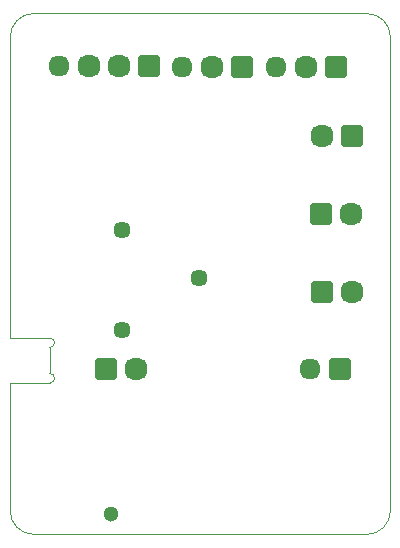
<source format=gbs>
G04*
G04 #@! TF.GenerationSoftware,Altium Limited,Altium Designer,21.6.4 (81)*
G04*
G04 Layer_Color=16711935*
%FSLAX44Y44*%
%MOMM*%
G71*
G04*
G04 #@! TF.SameCoordinates,6DE2C221-B64E-46BB-9673-D02FF606FF1F*
G04*
G04*
G04 #@! TF.FilePolarity,Negative*
G04*
G01*
G75*
%ADD10C,0.1000*%
G04:AMPARAMS|DCode=52|XSize=1.85mm|YSize=1.85mm|CornerRadius=0.16mm|HoleSize=0mm|Usage=FLASHONLY|Rotation=180.000|XOffset=0mm|YOffset=0mm|HoleType=Round|Shape=RoundedRectangle|*
%AMROUNDEDRECTD52*
21,1,1.8500,1.5300,0,0,180.0*
21,1,1.5300,1.8500,0,0,180.0*
1,1,0.3200,-0.7650,0.7650*
1,1,0.3200,0.7650,0.7650*
1,1,0.3200,0.7650,-0.7650*
1,1,0.3200,-0.7650,-0.7650*
%
%ADD52ROUNDEDRECTD52*%
G04:AMPARAMS|DCode=53|XSize=1.85mm|YSize=1.85mm|CornerRadius=0.7125mm|HoleSize=0mm|Usage=FLASHONLY|Rotation=180.000|XOffset=0mm|YOffset=0mm|HoleType=Round|Shape=RoundedRectangle|*
%AMROUNDEDRECTD53*
21,1,1.8500,0.4250,0,0,180.0*
21,1,0.4250,1.8500,0,0,180.0*
1,1,1.4250,-0.2125,0.2125*
1,1,1.4250,0.2125,0.2125*
1,1,1.4250,0.2125,-0.2125*
1,1,1.4250,-0.2125,-0.2125*
%
%ADD53ROUNDEDRECTD53*%
G04:AMPARAMS|DCode=54|XSize=1.7mm|YSize=1.7mm|CornerRadius=0.6375mm|HoleSize=0mm|Usage=FLASHONLY|Rotation=180.000|XOffset=0mm|YOffset=0mm|HoleType=Round|Shape=RoundedRectangle|*
%AMROUNDEDRECTD54*
21,1,1.7000,0.4250,0,0,180.0*
21,1,0.4250,1.7000,0,0,180.0*
1,1,1.2750,-0.2125,0.2125*
1,1,1.2750,0.2125,0.2125*
1,1,1.2750,0.2125,-0.2125*
1,1,1.2750,-0.2125,-0.2125*
%
%ADD54ROUNDEDRECTD54*%
%ADD55C,1.4500*%
%ADD57C,1.3000*%
D10*
X33576Y128270D02*
G03*
X33576Y136270I0J4000D01*
G01*
Y158270D02*
G03*
X33576Y166270I0J4000D01*
G01*
X0Y20000D02*
G03*
X20000Y-0I20000J0D01*
G01*
X302000D02*
G03*
X322000Y20000I0J20000D01*
G01*
X322000Y421000D02*
G03*
X302000Y441000I-20000J0D01*
G01*
X20000D02*
G03*
X0Y421000I0J-20000D01*
G01*
X0Y20000D02*
Y128270D01*
X0Y166270D02*
Y421000D01*
X0Y128270D02*
X33576D01*
Y136270D02*
Y158270D01*
X0Y166270D02*
X33576D01*
X20000Y441000D02*
X302000Y441000D01*
X322000Y421000D02*
X322000Y20000D01*
X20000Y-0D02*
X302000D01*
D52*
X289620Y337365D02*
D03*
X117629Y396580D02*
D03*
X263620Y271198D02*
D03*
X196230Y395580D02*
D03*
X264220Y205032D02*
D03*
X279220Y140073D02*
D03*
X80748D02*
D03*
X276111Y395580D02*
D03*
D53*
X264220Y337365D02*
D03*
X92229Y396580D02*
D03*
X66829D02*
D03*
X289020Y271198D02*
D03*
X170830Y395580D02*
D03*
X289620Y205032D02*
D03*
X106148Y140073D02*
D03*
X250711Y395580D02*
D03*
D54*
X41229Y396580D02*
D03*
X145430Y395580D02*
D03*
X253820Y140073D02*
D03*
X225311Y395580D02*
D03*
D55*
X94942Y172988D02*
D03*
Y257993D02*
D03*
X159773Y216959D02*
D03*
D57*
X85598Y17284D02*
D03*
M02*

</source>
